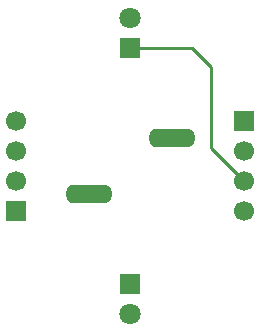
<source format=gbr>
%TF.GenerationSoftware,KiCad,Pcbnew,(5.1.10)-1*%
%TF.CreationDate,2021-07-06T18:58:15-04:00*%
%TF.ProjectId,button_mount,62757474-6f6e-45f6-9d6f-756e742e6b69,rev?*%
%TF.SameCoordinates,Original*%
%TF.FileFunction,Copper,L1,Top*%
%TF.FilePolarity,Positive*%
%FSLAX46Y46*%
G04 Gerber Fmt 4.6, Leading zero omitted, Abs format (unit mm)*
G04 Created by KiCad (PCBNEW (5.1.10)-1) date 2021-07-06 18:58:15*
%MOMM*%
%LPD*%
G01*
G04 APERTURE LIST*
%TA.AperFunction,ComponentPad*%
%ADD10C,1.700000*%
%TD*%
%TA.AperFunction,ComponentPad*%
%ADD11R,1.700000X1.700000*%
%TD*%
%TA.AperFunction,ComponentPad*%
%ADD12O,4.000000X1.600000*%
%TD*%
%TA.AperFunction,ComponentPad*%
%ADD13R,1.800000X1.800000*%
%TD*%
%TA.AperFunction,ComponentPad*%
%ADD14C,1.800000*%
%TD*%
%TA.AperFunction,Conductor*%
%ADD15C,0.250000*%
%TD*%
G04 APERTURE END LIST*
D10*
%TO.P,J2,4*%
%TO.N,/LED_K*%
X127508000Y-92710000D03*
%TO.P,J2,3*%
X127508000Y-90170000D03*
D11*
%TO.P,J2,1*%
%TO.N,/LED_A*%
X127508000Y-85090000D03*
D10*
%TO.P,J2,2*%
X127508000Y-87630000D03*
%TD*%
%TO.P,J1,4*%
%TO.N,/COL_OUT*%
X108204000Y-85090000D03*
%TO.P,J1,3*%
X108204000Y-87630000D03*
D11*
%TO.P,J1,1*%
%TO.N,/ROW_IN*%
X108204000Y-92710000D03*
D10*
%TO.P,J1,2*%
X108204000Y-90170000D03*
%TD*%
D12*
%TO.P,SW1,2*%
%TO.N,/ROW_IN*%
X114356000Y-91281250D03*
%TO.P,SW1,1*%
%TO.N,Net-(D1-Pad2)*%
X121356000Y-86518750D03*
%TD*%
D13*
%TO.P,D3,1*%
%TO.N,/LED_K*%
X117856000Y-98907600D03*
D14*
%TO.P,D3,2*%
%TO.N,Net-(D3-Pad2)*%
X117856000Y-101447600D03*
%TD*%
D13*
%TO.P,D2,1*%
%TO.N,/LED_K*%
X117856000Y-78892400D03*
D14*
%TO.P,D2,2*%
%TO.N,Net-(D2-Pad2)*%
X117856000Y-76352400D03*
%TD*%
D15*
%TO.N,/LED_K*%
X124714000Y-80518000D02*
X123088400Y-78892400D01*
X117856000Y-78892400D02*
X123088400Y-78892400D01*
X124714000Y-87376000D02*
X124714000Y-86106000D01*
X127508000Y-90170000D02*
X124714000Y-87376000D01*
X124714000Y-86106000D02*
X124714000Y-80518000D01*
X124714000Y-86360000D02*
X124714000Y-86106000D01*
%TD*%
M02*

</source>
